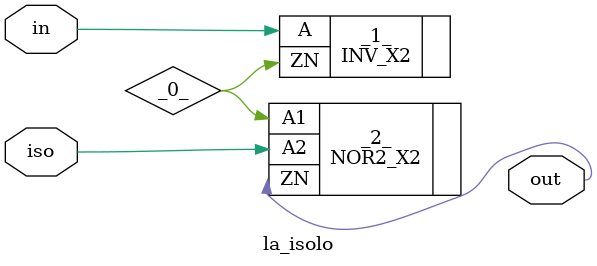
<source format=v>

/* Generated by Yosys 0.44 (git sha1 80ba43d26, g++ 11.4.0-1ubuntu1~22.04 -fPIC -O3) */

(* top =  1  *)
(* src = "generated" *)
(* keep_hierarchy *)
module la_isolo (
    iso,
    in,
    out
);
  wire _0_;
  (* src = "generated" *)
  input in;
  wire in;
  (* src = "generated" *)
  input iso;
  wire iso;
  (* src = "generated" *)
  output out;
  wire out;
  INV_X2 _1_ (
      .A (in),
      .ZN(_0_)
  );
  NOR2_X2 _2_ (
      .A1(_0_),
      .A2(iso),
      .ZN(out)
  );
endmodule

</source>
